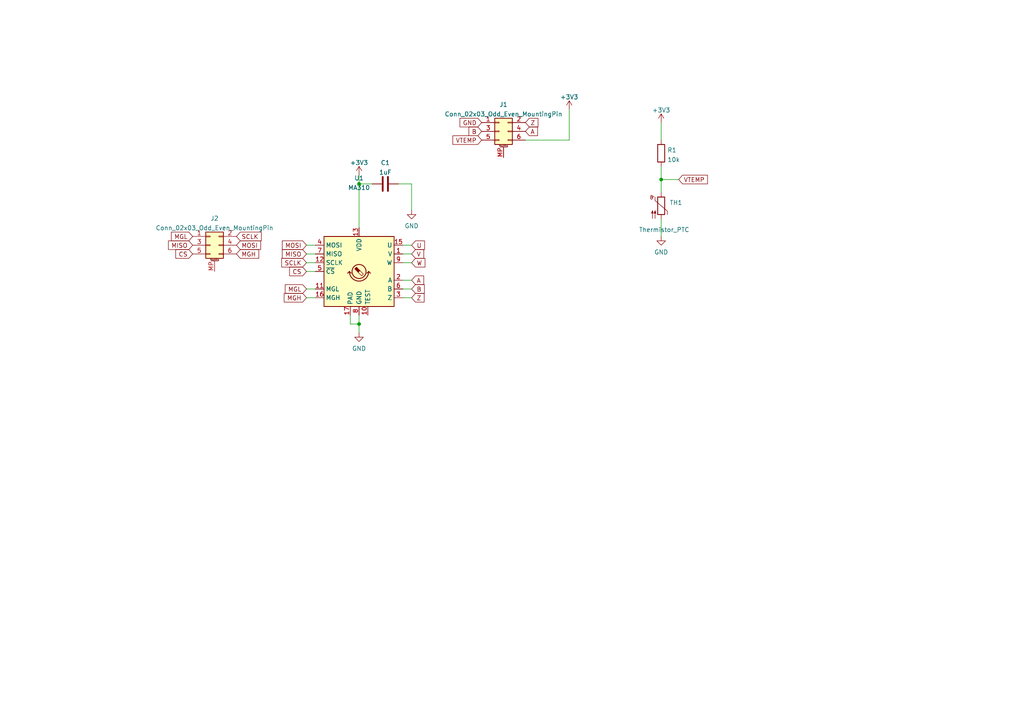
<source format=kicad_sch>
(kicad_sch (version 20210621) (generator eeschema)
  (paper "A4")
  (lib_symbols
    (symbol "Connector_Generic_MountingPin:Conn_02x03_Odd_Even_MountingPin" (pin_names (offset 1.016) hide)
      (property "Reference" "J" (at 1.27 5.08 0))
      (property "Value" "Conn_02x03_Odd_Even_MountingPin" (at 2.54 -5.08 0))
      (symbol "Conn_02x03_Odd_Even_MountingPin_1_1"
        (text "Mounting" (at 1.27 -4.191 0) (effects (font (size 0.381 0.381))))
        (rectangle (start -1.27 -2.413) (end 0 -2.667) (stroke (width 0.1524)))
        (rectangle (start -1.27 0.127) (end 0 -0.127) (stroke (width 0.1524)))
        (rectangle (start -1.27 2.667) (end 0 2.413) (stroke (width 0.1524)))
        (rectangle (start 3.81 -2.413) (end 2.54 -2.667) (stroke (width 0.1524)))
        (rectangle (start 3.81 0.127) (end 2.54 -0.127) (stroke (width 0.1524)))
        (rectangle (start 3.81 2.667) (end 2.54 2.413) (stroke (width 0.1524)))
        (rectangle (start -1.27 3.81) (end 3.81 -3.81) (stroke (width 0.254)) (fill (type background)))
        (polyline (pts (xy 0.254 -4.572) (xy 2.286 -4.572)) (stroke (width 0.1524)))
        (pin passive line (at -5.08 2.54 0) (length 3.81) (name "Pin_1") (number "1"))
        (pin passive line (at 7.62 2.54 180) (length 3.81) (name "Pin_2") (number "2"))
        (pin passive line (at -5.08 0 0) (length 3.81) (name "Pin_3") (number "3"))
        (pin passive line (at 7.62 0 180) (length 3.81) (name "Pin_4") (number "4"))
        (pin passive line (at -5.08 -2.54 0) (length 3.81) (name "Pin_5") (number "5"))
        (pin passive line (at 7.62 -2.54 180) (length 3.81) (name "Pin_6") (number "6"))
        (pin passive line (at 1.27 -7.62 90) (length 3.048) (name "MountPin") (number "MP"))
      )
    )
    (symbol "Device:C" (pin_numbers hide) (pin_names (offset 0.254))
      (property "Reference" "C" (at 0.635 2.54 0))
      (property "Value" "C" (at 0.635 -2.54 0))
      (symbol "C_0_1"
        (polyline (pts (xy -2.032 -0.762) (xy 2.032 -0.762)) (stroke (width 0.508)))
        (polyline (pts (xy -2.032 0.762) (xy 2.032 0.762)) (stroke (width 0.508)))
      )
      (symbol "C_1_1"
        (pin passive line (at 0 3.81 270) (length 2.794) (name "~") (number "1"))
        (pin passive line (at 0 -3.81 90) (length 2.794) (name "~") (number "2"))
      )
    )
    (symbol "Device:R" (pin_numbers hide) (pin_names (offset 0))
      (property "Reference" "R" (at 2.032 0 90))
      (property "Value" "R" (at 0 0 90))
      (symbol "R_0_1"
        (rectangle (start -1.016 -2.54) (end 1.016 2.54) (stroke (width 0.254)))
      )
      (symbol "R_1_1"
        (pin passive line (at 0 3.81 270) (length 1.27) (name "~") (number "1"))
        (pin passive line (at 0 -3.81 90) (length 1.27) (name "~") (number "2"))
      )
    )
    (symbol "Device:Thermistor_PTC" (pin_numbers hide) (pin_names (offset 0))
      (property "Reference" "TH" (at -4.064 0 90))
      (property "Value" "Thermistor_PTC" (at 3.048 0 90))
      (symbol "Thermistor_PTC_0_1"
        (arc (start -3.048 2.159) (end -3.175 2.413) (radius (at -3.2004 2.2352) (length 0.1778) (angles -26.5 81.8)))
        (arc (start -3.048 2.159) (end -2.794 1.905) (radius (at -2.794 2.159) (length 0.254) (angles 180 -90)))
        (arc (start -2.794 1.905) (end -2.54 2.159) (radius (at -2.794 2.159) (length 0.254) (angles -90 0)))
        (arc (start -2.54 2.794) (end -2.794 3.048) (radius (at -2.794 2.794) (length 0.254) (angles 0 90)))
        (arc (start -2.794 3.048) (end -3.048 2.794) (radius (at -2.794 2.794) (length 0.254) (angles 90 180)))
        (arc (start -3.048 2.794) (end -2.794 2.54) (radius (at -2.794 2.794) (length 0.254) (angles 180 -90)))
        (arc (start -2.794 2.54) (end -2.159 2.794) (radius (at -2.6416 3.0226) (length 0.508) (angles -107.5 -25.3)))
        (rectangle (start -1.016 2.54) (end 1.016 -2.54) (stroke (width 0.254)))
        (polyline (pts (xy -2.54 2.159) (xy -2.54 2.794)))
        (polyline (pts (xy -1.778 2.54) (xy -1.778 1.524) (xy 1.778 -1.524) (xy 1.778 -2.54)))
        (polyline (pts (xy -2.54 -3.683) (xy -2.54 -1.397) (xy -2.794 -2.159) (xy -2.286 -2.159) (xy -2.54 -1.397) (xy -2.54 -1.651)) (fill (type outline)))
        (polyline (pts (xy -1.778 -3.683) (xy -1.778 -1.397) (xy -2.032 -2.159) (xy -1.524 -2.159) (xy -1.778 -1.397) (xy -1.778 -1.651)) (fill (type outline)))
      )
      (symbol "Thermistor_PTC_1_1"
        (pin passive line (at 0 3.81 270) (length 1.27) (name "~") (number "1"))
        (pin passive line (at 0 -3.81 90) (length 1.27) (name "~") (number "2"))
      )
    )
    (symbol "MA310:MA310"
      (property "Reference" "U" (at -10.16 11.43 0))
      (property "Value" "MA310" (at 10.16 11.43 0))
      (symbol "MA310_0_1"
        (arc (start -2.794 0) (end 2.794 0) (radius (at 0 0) (length 2.794) (angles -179.9 -0.1)) (stroke (width 0.254)))
        (rectangle (start -10.16 10.16) (end 10.16 -10.16) (stroke (width 0.254)) (fill (type background)))
        (polyline (pts (xy -2.794 0) (xy -3.302 -0.508)) (stroke (width 0.254)))
        (polyline (pts (xy -2.794 0) (xy -2.286 -0.508)) (stroke (width 0.254)))
        (polyline (pts (xy 2.794 0) (xy 2.286 -0.508)) (stroke (width 0.254)))
        (polyline (pts (xy 2.794 0) (xy 3.302 -0.508)) (stroke (width 0.254)))
      )
      (symbol "MA310_1_1"
        (circle (center 0 0) (radius 2.032) (stroke (width 0.254)))
        (polyline (pts (xy 0.254 0.254) (xy 1.27 -0.762) (xy 0.762 -1.27) (xy -0.254 -0.254)))
        (polyline (pts (xy -0.762 1.27) (xy 0.254 0.254) (xy -0.254 -0.254) (xy -1.27 0.762) (xy -1.016 1.016) (xy -0.762 1.27) (xy -0.635 1.143)) (fill (type outline)))
        (pin output line (at 12.7 5.08 180) (length 2.54) (name "V") (number "1"))
        (pin passive line (at 2.54 -12.7 90) (length 2.54) (name "TEST") (number "10"))
        (pin output line (at -12.7 -5.08 0) (length 2.54) (name "MGL") (number "11"))
        (pin input line (at -12.7 2.54 0) (length 2.54) (name "SCLK") (number "12"))
        (pin power_in line (at 0 12.7 270) (length 2.54) (name "VDD") (number "13"))
        (pin no_connect line (at 5.08 -10.16 90) (length 2.54) hide (name "NC") (number "14"))
        (pin input line (at 12.7 7.62 180) (length 2.54) (name "U") (number "15"))
        (pin output line (at -12.7 -7.62 0) (length 2.54) (name "MGH") (number "16"))
        (pin input line (at -2.54 -12.7 90) (length 2.54) (name "PAD") (number "17"))
        (pin output line (at 12.7 -2.54 180) (length 2.54) (name "A") (number "2"))
        (pin output line (at 12.7 -7.62 180) (length 2.54) (name "Z") (number "3"))
        (pin input line (at -12.7 7.62 0) (length 2.54) (name "MOSI") (number "4"))
        (pin input line (at -12.7 0 0) (length 2.54) (name "~{CS}") (number "5"))
        (pin output line (at 12.7 -5.08 180) (length 2.54) (name "B") (number "6"))
        (pin output line (at -12.7 5.08 0) (length 2.54) (name "MISO") (number "7"))
        (pin power_in line (at 0 -12.7 90) (length 2.54) (name "GND") (number "8"))
        (pin output line (at 12.7 2.54 180) (length 2.54) (name "W") (number "9"))
      )
    )
    (symbol "power:+3.3V" (power) (pin_names (offset 0))
      (property "Value" "+3.3V" (at 0 3.556 0))
      (symbol "+3.3V_0_1"
        (polyline (pts (xy -0.762 1.27) (xy 0 2.54)))
        (polyline (pts (xy 0 0) (xy 0 2.54)))
        (polyline (pts (xy 0 2.54) (xy 0.762 1.27)))
      )
      (symbol "+3.3V_1_1"
        (pin power_in line (at 0 0 90) (length 0) hide (name "+3V3") (number "1"))
      )
    )
    (symbol "power:GND" (power) (pin_names (offset 0))
      (property "Value" "GND" (at 0 -3.81 0))
      (symbol "GND_0_1"
        (polyline (pts (xy 0 0) (xy 0 -1.27) (xy 1.27 -1.27) (xy 0 -2.54) (xy -1.27 -1.27) (xy 0 -1.27)))
      )
      (symbol "GND_1_1"
        (pin power_in line (at 0 0 270) (length 0) hide (name "GND") (number "1"))
      )
    )
  )
  (junction (at 104.14 53.34))
  (junction (at 104.14 93.98))
  (junction (at 191.77 52.07))
  (wire (pts (xy 88.9 71.12) (xy 91.44 71.12)))
  (wire (pts (xy 88.9 73.66) (xy 91.44 73.66)))
  (wire (pts (xy 88.9 76.2) (xy 91.44 76.2)))
  (wire (pts (xy 88.9 78.74) (xy 91.44 78.74)))
  (wire (pts (xy 88.9 83.82) (xy 91.44 83.82)))
  (wire (pts (xy 88.9 86.36) (xy 91.44 86.36)))
  (wire (pts (xy 101.6 91.44) (xy 101.6 93.98)))
  (wire (pts (xy 101.6 93.98) (xy 104.14 93.98)))
  (wire (pts (xy 104.14 50.8) (xy 104.14 53.34)))
  (wire (pts (xy 104.14 53.34) (xy 104.14 66.04)))
  (wire (pts (xy 104.14 53.34) (xy 107.95 53.34)))
  (wire (pts (xy 104.14 91.44) (xy 104.14 93.98)))
  (wire (pts (xy 104.14 93.98) (xy 104.14 96.52)))
  (wire (pts (xy 115.57 53.34) (xy 119.38 53.34)))
  (wire (pts (xy 116.84 71.12) (xy 119.38 71.12)))
  (wire (pts (xy 116.84 73.66) (xy 119.38 73.66)))
  (wire (pts (xy 116.84 76.2) (xy 119.38 76.2)))
  (wire (pts (xy 116.84 81.28) (xy 119.38 81.28)))
  (wire (pts (xy 116.84 83.82) (xy 119.38 83.82)))
  (wire (pts (xy 116.84 86.36) (xy 119.38 86.36)))
  (wire (pts (xy 119.38 53.34) (xy 119.38 60.96)))
  (wire (pts (xy 165.1 31.75) (xy 165.1 40.64)))
  (wire (pts (xy 165.1 40.64) (xy 152.4 40.64)))
  (wire (pts (xy 191.77 35.56) (xy 191.77 40.64)))
  (wire (pts (xy 191.77 48.26) (xy 191.77 52.07)))
  (wire (pts (xy 191.77 52.07) (xy 191.77 55.88)))
  (wire (pts (xy 191.77 52.07) (xy 196.85 52.07)))
  (wire (pts (xy 191.77 63.5) (xy 191.77 68.58)))
  (global_label "MGL" (shape input) (at 55.88 68.58 180) (property "Intersheet References" "${INTERSHEET_REFS}" (effects hide)))
  (global_label "MISO" (shape input) (at 55.88 71.12 180) (property "Intersheet References" "${INTERSHEET_REFS}" (effects hide)))
  (global_label "CS" (shape input) (at 55.88 73.66 180) (property "Intersheet References" "${INTERSHEET_REFS}" (effects hide)))
  (global_label "SCLK" (shape input) (at 68.58 68.58 0) (property "Intersheet References" "${INTERSHEET_REFS}" (effects hide)))
  (global_label "MOSI" (shape input) (at 68.58 71.12 0) (property "Intersheet References" "${INTERSHEET_REFS}" (effects hide)))
  (global_label "MGH" (shape input) (at 68.58 73.66 0) (property "Intersheet References" "${INTERSHEET_REFS}" (effects hide)))
  (global_label "MOSI" (shape input) (at 88.9 71.12 180) (property "Intersheet References" "${INTERSHEET_REFS}" (effects hide)))
  (global_label "MISO" (shape input) (at 88.9 73.66 180) (property "Intersheet References" "${INTERSHEET_REFS}" (effects hide)))
  (global_label "SCLK" (shape input) (at 88.9 76.2 180) (property "Intersheet References" "${INTERSHEET_REFS}" (effects hide)))
  (global_label "CS" (shape input) (at 88.9 78.74 180) (property "Intersheet References" "${INTERSHEET_REFS}" (effects hide)))
  (global_label "MGL" (shape input) (at 88.9 83.82 180) (property "Intersheet References" "${INTERSHEET_REFS}" (effects hide)))
  (global_label "MGH" (shape input) (at 88.9 86.36 180) (property "Intersheet References" "${INTERSHEET_REFS}" (effects hide)))
  (global_label "U" (shape input) (at 119.38 71.12 0) (property "Intersheet References" "${INTERSHEET_REFS}" (effects hide)))
  (global_label "V" (shape input) (at 119.38 73.66 0) (property "Intersheet References" "${INTERSHEET_REFS}" (effects hide)))
  (global_label "W" (shape input) (at 119.38 76.2 0) (property "Intersheet References" "${INTERSHEET_REFS}" (effects hide)))
  (global_label "A" (shape input) (at 119.38 81.28 0) (property "Intersheet References" "${INTERSHEET_REFS}" (effects hide)))
  (global_label "B" (shape input) (at 119.38 83.82 0) (property "Intersheet References" "${INTERSHEET_REFS}" (effects hide)))
  (global_label "Z" (shape input) (at 119.38 86.36 0) (property "Intersheet References" "${INTERSHEET_REFS}" (effects hide)))
  (global_label "GND" (shape input) (at 139.7 35.56 180) (property "Intersheet References" "${INTERSHEET_REFS}" (effects hide)))
  (global_label "B" (shape input) (at 139.7 38.1 180) (property "Intersheet References" "${INTERSHEET_REFS}" (effects hide)))
  (global_label "VTEMP" (shape input) (at 139.7 40.64 180) (property "Intersheet References" "${INTERSHEET_REFS}" (effects hide)))
  (global_label "Z" (shape input) (at 152.4 35.56 0) (property "Intersheet References" "${INTERSHEET_REFS}" (effects hide)))
  (global_label "A" (shape input) (at 152.4 38.1 0) (property "Intersheet References" "${INTERSHEET_REFS}" (effects hide)))
  (global_label "VTEMP" (shape input) (at 196.85 52.07 0) (property "Intersheet References" "${INTERSHEET_REFS}" (effects hide)))
  (symbol (lib_id "power:+3.3V") (at 104.14 50.8 0) (unit 1)
    (property "Reference" "#PWR0101" (effects hide))
    (property "Value" "+3.3V" (at 104.14 47.1954 0))
  )
  (symbol (lib_id "power:+3.3V") (at 165.1 31.75 0) (unit 1)
    (property "Reference" "#PWR0103" (effects hide))
    (property "Value" "+3.3V" (at 165.1 28.1454 0))
  )
  (symbol (lib_id "power:+3.3V") (at 191.77 35.56 0) (unit 1)
    (property "Reference" "#PWR03" (effects hide))
    (property "Value" "+3.3V" (at 191.77 31.9554 0))
  )
  (symbol (lib_id "power:GND") (at 104.14 96.52 0) (unit 1)
    (property "Reference" "#PWR0102" (effects hide))
    (property "Value" "GND" (at 104.14 101.0826 0))
  )
  (symbol (lib_id "power:GND") (at 119.38 60.96 0) (unit 1)
    (property "Reference" "#PWR01" (effects hide))
    (property "Value" "GND" (at 119.38 65.5226 0))
  )
  (symbol (lib_id "power:GND") (at 191.77 68.58 0) (unit 1)
    (property "Reference" "#PWR04" (effects hide))
    (property "Value" "GND" (at 191.77 73.1426 0))
  )
  (symbol (lib_id "Device:R") (at 191.77 44.45 0) (unit 1)
    (property "Reference" "R1" (at 193.5481 43.5415 0) (effects (justify left)))
    (property "Value" "10k" (at 193.5481 46.3166 0) (effects (justify left)))
    (property "Footprint" "Resistor_SMD:R_0805_2012Metric_Pad1.20x1.40mm_HandSolder" (effects hide))
  )
  (symbol (lib_id "Device:C") (at 111.76 53.34 90) (unit 1)
    (property "Reference" "C1" (at 111.76 47.2144 90))
    (property "Value" "1uF" (at 111.76 49.9895 90))
    (property "Footprint" "Capacitor_SMD:C_0603_1608Metric_Pad1.08x0.95mm_HandSolder" (effects hide))
  )
  (symbol (lib_id "Device:Thermistor_PTC") (at 191.77 59.69 0) (unit 1)
    (property "Reference" "TH1" (at 194.1831 58.7815 0) (effects (justify left)))
    (property "Value" "Thermistor_PTC" (at 185.2931 66.6366 0) (effects (justify left)))
    (property "Footprint" "Package_TO_SOT_THT:TO-92S-2" (effects hide))
  )
  (symbol (lib_id "Connector_Generic_MountingPin:Conn_02x03_Odd_Even_MountingPin") (at 60.96 71.12 0) (unit 1)
    (property "Reference" "J2" (at 62.23 63.3434 0))
    (property "Value" "Conn_02x03_Odd_Even_MountingPin" (at 62.23 66.1185 0))
    (property "Footprint" "Connector_PinSocket_2.54mm:PinSocket_2x03_P2.54mm_Vertical" (effects hide))
  )
  (symbol (lib_id "Connector_Generic_MountingPin:Conn_02x03_Odd_Even_MountingPin") (at 144.78 38.1 0) (unit 1)
    (property "Reference" "J1" (at 146.05 30.3234 0))
    (property "Value" "Conn_02x03_Odd_Even_MountingPin" (at 146.05 33.0985 0))
    (property "Footprint" "Connector_PinSocket_2.54mm:PinSocket_2x03_P2.54mm_Vertical" (effects hide))
  )
  (symbol (lib_id "MA310:MA310") (at 104.14 78.74 0) (unit 1)
    (property "Reference" "U1" (at 104.14 51.6594 0))
    (property "Value" "MA310" (at 104.14 54.4345 0))
    (property "Footprint" "Package_DFN_QFN:VQFN-16-1EP_3x3mm_P0.5mm_EP1.8x1.8mm" (effects hide))
    (property "Datasheet" "https://www.monolithicpower.com/en/documentview/productdocument/index/version/2/document_type/Datasheet/lang/en/sku/MA310/document_id/3560/" (effects hide))
  )
)
</source>
